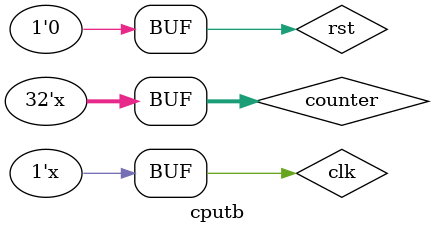
<source format=v>
`timescale 1ns/1ps
module cputb ;

wire [31:0] inst;
wire [31:0] pc; // for debug
reg clk;
reg rst;
initial begin
    clk=0;
    rst=1;
end

//integer file_open;

integer counter=0;

always 
begin
    # 50 clk=~clk;
end


initial 
begin
    # 50 rst=0;
end


// initial 
// begin
//     file_open=$fopen("result_me.txt","w+");
// end

always 
begin
    #50;
    if (clk==1'b1)
    begin
    counter<=counter+1;
    // if (counter<=8'h99-1&&counter>=1'b0)
    // begin
    //     $fdisplay(file_open,"pc: %h",uut.instr_addr_read);
    //     $fdisplay(file_open, "instr: %h", uut.instruction);
    //     $fdisplay(file_open, "regfile0: %h", uut.sccpu.cpu_ref.array_reg[0]);
    //     $fdisplay(file_open, "regfile1: %h", uut.sccpu.cpu_ref.array_reg[1]);
    //     $fdisplay(file_open, "regfile2: %h", uut.sccpu.cpu_ref.array_reg[2]);
    //     $fdisplay(file_open, "regfile3: %h", uut.sccpu.cpu_ref.array_reg[3]);
    //     $fdisplay(file_open, "regfile4: %h", uut.sccpu.cpu_ref.array_reg[4]);
    //     $fdisplay(file_open, "regfile5: %h", uut.sccpu.cpu_ref.array_reg[5]);
    //     $fdisplay(file_open, "regfile6: %h", uut.sccpu.cpu_ref.array_reg[6]);
    //     $fdisplay(file_open, "regfile7: %h", uut.sccpu.cpu_ref.array_reg[7]);
    //     $fdisplay(file_open, "regfile8: %h", uut.sccpu.cpu_ref.array_reg[8]);
    //     $fdisplay(file_open, "regfile9: %h", uut.sccpu.cpu_ref.array_reg[9]);
    //     $fdisplay(file_open, "regfile10: %h", uut.sccpu.cpu_ref.array_reg[10]);
    //     $fdisplay(file_open, "regfile11: %h", uut.sccpu.cpu_ref.array_reg[11]);
    //     $fdisplay(file_open, "regfile12: %h", uut.sccpu.cpu_ref.array_reg[12]);
    //     $fdisplay(file_open, "regfile13: %h", uut.sccpu.cpu_ref.array_reg[13]);
    //     $fdisplay(file_open, "regfile14: %h", uut.sccpu.cpu_ref.array_reg[14]);
    //     $fdisplay(file_open, "regfile15: %h", uut.sccpu.cpu_ref.array_reg[15]);
    //     $fdisplay(file_open, "regfile16: %h", uut.sccpu.cpu_ref.array_reg[16]);
    //     $fdisplay(file_open, "regfile17: %h", uut.sccpu.cpu_ref.array_reg[17]);
    //     $fdisplay(file_open, "regfile18: %h", uut.sccpu.cpu_ref.array_reg[18]);
    //     $fdisplay(file_open, "regfile19: %h", uut.sccpu.cpu_ref.array_reg[19]);
    //     $fdisplay(file_open, "regfile20: %h", uut.sccpu.cpu_ref.array_reg[20]);
    //     $fdisplay(file_open, "regfile21: %h", uut.sccpu.cpu_ref.array_reg[21]);
    //     $fdisplay(file_open, "regfile22: %h", uut.sccpu.cpu_ref.array_reg[22]);
    //     $fdisplay(file_open, "regfile23: %h", uut.sccpu.cpu_ref.array_reg[23]);
    //     $fdisplay(file_open, "regfile24: %h", uut.sccpu.cpu_ref.array_reg[24]);
    //     $fdisplay(file_open, "regfile25: %h", uut.sccpu.cpu_ref.array_reg[25]);
    //     $fdisplay(file_open, "regfile26: %h", uut.sccpu.cpu_ref.array_reg[26]);
    //     $fdisplay(file_open, "regfile27: %h", uut.sccpu.cpu_ref.array_reg[27]);
    //     $fdisplay(file_open, "regfile28: %h", uut.sccpu.cpu_ref.array_reg[28]);
    //     $fdisplay(file_open, "regfile29: %h", uut.sccpu.cpu_ref.array_reg[29]);
    //     $fdisplay(file_open, "regfile30: %h", uut.sccpu.cpu_ref.array_reg[30]);
    //     $fdisplay(file_open, "regfile31: %h", uut.sccpu.cpu_ref.array_reg[31]);

        

    // end
    // else
    // begin
    //     $fclose(file_open);
    // end
    end
    

    
end

// initial
// begin
//     $dumpfile("cpu.vcd");
//     $dumpvars;

//     #200;
//     $finish;
// end

sccomp_dataflow uut(.clk_in(clk),.reset(rst),.pc(pc),.inst(inst));




endmodule //cputb
</source>
